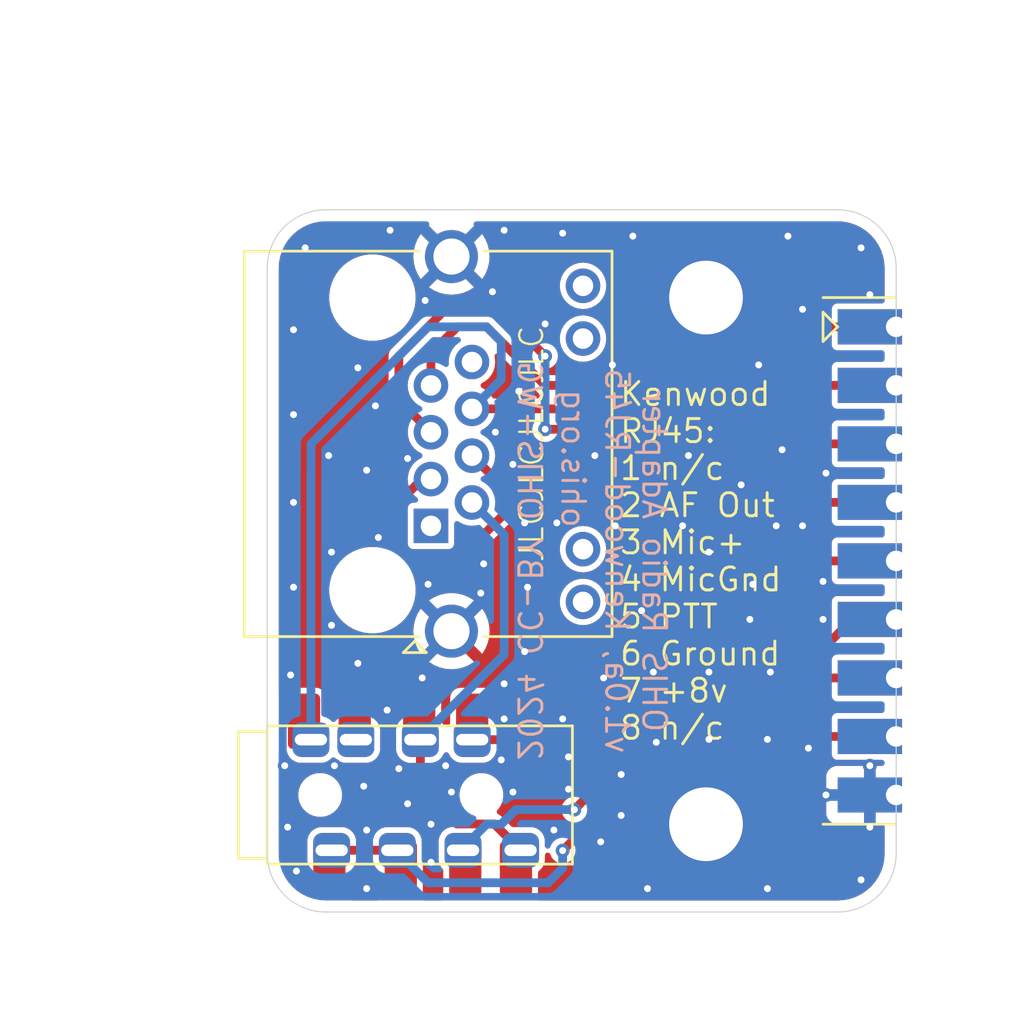
<source format=kicad_pcb>
(kicad_pcb (version 20240108) (generator "pcbnew") (generator_version "8.0")
  (layers (0 "F.Cu" signal) (31 "B.Cu" signal) (34 "B.Paste" user) (35 "F.Paste" user) (36 "B.SilkS" user "B.Silkscreen") (37 "F.SilkS" user "F.Silkscreen") (38 "B.Mask" user) (39 "F.Mask" user) (44 "Edge.Cuts" user))
  (net 0 "")
  (net 1 "Shield")
  (net 2 "+5v 10mA")
  (net 3 "Mic Gnd")
  (net 4 "~{PTT}")
  (net 5 "Power Gnd")
  (net 7 "AF Out")
  (net 8 "Down")
  (net 10 "Up")
  (net 11 "Mic+")
  (net 14 "HP Right")
  (net 15 "HP Left")
  (net 16 "HP Gnd")
  (footprint "Libraries:Conn_B2B-RA_2.54mm_Castelated_9pin_RtoL" (layer "F.Cu") (at 90.805 78.74 90)
    (property "Reference" "J2" (hide yes))
    (property "Value" "Base Board")
    (fp_line (start 10.795 -3.175) (end 9.525 -3.175) (stroke (width 0.12)) (layer "F.SilkS"))
    (fp_line (start 9.525 -3.175) (end 10.16 -2.54) (stroke (width 0.12)) (layer "F.SilkS"))
    (fp_line (start 10.16 -2.54) (end 10.795 -3.175) (stroke (width 0.12)) (layer "F.SilkS"))
    (fp_line (start 11.43 0) (end 11.43 -3.175) (stroke (width 0.12)) (layer "F.SilkS"))
    (fp_line (start -11.43 0) (end -11.43 -3.175) (stroke (width 0.12)) (layer "F.SilkS"))
    (pad "1" thru_hole rect (at 10.16 0 90) (size 1.524 2.794) (drill 0.889 (offset 0 -1.143)) (layers "*.Cu" "*.Mask") (net 2 "+5v 10mA"))
    (pad "2" thru_hole rect (at 7.62 0 90) (size 1.524 2.794) (drill 0.889 (offset 0 -1.143)) (layers "*.Cu" "*.Mask") (net 5 "Power Gnd"))
    (pad "3" thru_hole rect (at 5.08 0 90) (size 1.524 2.794) (drill 0.889 (offset 0 -1.143)) (layers "*.Cu" "*.Mask") (net 4 "~{PTT}"))
    (pad "4" thru_hole rect (at 2.54 0 90) (size 1.524 2.794) (drill 0.889 (offset 0 -1.143)) (layers "*.Cu" "*.Mask") (net 3 "Mic Gnd"))
    (pad "5" thru_hole rect (at 0 0 90) (size 1.524 2.794) (drill 0.889 (offset 0 -1.143)) (layers "*.Cu" "*.Mask") (net 11 "Mic+"))
    (pad "6" thru_hole rect (at -2.54 0 90) (size 1.524 2.794) (drill 0.889 (offset 0 -1.143)) (layers "*.Cu" "*.Mask") (net 15 "HP Left"))
    (pad "7" thru_hole rect (at -5.08 0 90) (size 1.524 2.794) (drill 0.889 (offset 0 -1.143)) (layers "*.Cu" "*.Mask") (net 14 "HP Right"))
    (pad "8" thru_hole rect (at -7.62 0 90) (size 1.524 2.794) (drill 0.889 (offset 0 -1.143)) (layers "*.Cu" "*.Mask") (net 16 "HP Gnd"))
    (pad "9" thru_hole rect (at -10.16 0 90) (size 1.524 2.794) (drill 0.889 (offset 0 -1.143)) (layers "*.Cu" "*.Mask") (net 1 "Shield"))
  )
  (footprint "MountingHole:MountingHole_3.2mm_M3_Pad" (layer "F.Cu") (at 82.55 90.17)
    (property "Reference" "H2" (hide yes))
    (property "Value" "MountingHole_Pad")
    (pad "1" thru_hole circle (at 0 0) (size 6.4 6.4) (drill 3.2) (layers "*.Cu" "*.Mask") (net 1 "Shield"))
  )
  (footprint "MountingHole:MountingHole_3.2mm_M3_Pad" (layer "F.Cu") (at 82.55 67.31)
    (property "Reference" "H1" (hide yes))
    (property "Value" "MountingHole_Pad")
    (pad "1" thru_hole circle (at 0 0) (size 6.4 6.4) (drill 3.2) (layers "*.Cu" "*.Mask") (net 1 "Shield"))
  )
  (footprint "Connector_RJ:RJ45_Amphenol_RJHSE538X" (layer "F.Cu") (at 70.61 77.22 90)
    (property "Reference" "J1" (hide yes))
    (property "Value" "Mic Input")
    (fp_line (start 11.925 -8.11) (end 11.925 -0.5) (stroke (width 0.12)) (layer "F.SilkS"))
    (fp_line (start -4.805 -8.11) (end 11.925 -8.11) (stroke (width 0.12)) (layer "F.SilkS"))
    (fp_line (start -4.805 -8.11) (end -4.805 -0.5) (stroke (width 0.12)) (layer "F.SilkS"))
    (fp_line (start -5.5 -1.2) (end -5 -0.7) (stroke (width 0.12)) (layer "F.SilkS"))
    (fp_line (start -5 -0.7) (end -5.5 -0.2) (stroke (width 0.12)) (layer "F.SilkS"))
    (fp_line (start -5.5 -0.2) (end -5.5 -1.2) (stroke (width 0.12)) (layer "F.SilkS"))
    (fp_line (start 11.925 7.86) (end 11.925 2.3) (stroke (width 0.12)) (layer "F.SilkS"))
    (fp_line (start -4.805 7.86) (end -4.805 2.3) (stroke (width 0.12)) (layer "F.SilkS"))
    (fp_line (start -4.805 7.86) (end 11.925 7.86) (stroke (width 0.12)) (layer "F.SilkS"))
    (pad "" np_thru_hole circle (at -2.79 -2.54 90) (size 3.25 3.25) (drill 3.25) (layers "*.Cu" "*.Mask"))
    (pad "" np_thru_hole circle (at 9.91 -2.54 90) (size 3.25 3.25) (drill 3.25) (layers "*.Cu" "*.Mask"))
    (pad "1" thru_hole rect (at 0 0 90) (size 1.5 1.5) (drill 0.89) (layers "*.Cu" "*.Mask") (net 8 "Down"))
    (pad "2" thru_hole circle (at 1.016 1.78 90) (size 1.5 1.5) (drill 0.89) (layers "*.Cu" "*.Mask") (net 7 "AF Out"))
    (pad "3" thru_hole circle (at 2.032 0 90) (size 1.5 1.5) (drill 0.89) (layers "*.Cu" "*.Mask") (net 11 "Mic+"))
    (pad "4" thru_hole circle (at 3.048 1.78 90) (size 1.5 1.5) (drill 0.89) (layers "*.Cu" "*.Mask") (net 3 "Mic Gnd"))
    (pad "5" thru_hole circle (at 4.064 0 90) (size 1.5 1.5) (drill 0.89) (layers "*.Cu" "*.Mask") (net 4 "~{PTT}"))
    (pad "6" thru_hole circle (at 5.08 1.78 90) (size 1.5 1.5) (drill 0.89) (layers "*.Cu" "*.Mask") (net 5 "Power Gnd"))
    (pad "7" thru_hole circle (at 6.096 0 90) (size 1.5 1.5) (drill 0.89) (layers "*.Cu" "*.Mask") (net 2 "+5v 10mA"))
    (pad "8" thru_hole circle (at 7.112 1.78 90) (size 1.5 1.5) (drill 0.89) (layers "*.Cu" "*.Mask") (net 10 "Up"))
    (pad "9" thru_hole circle (at -3.3 6.6 90) (size 1.5 1.5) (drill 0.89) (layers "*.Cu" "*.Mask"))
    (pad "10" thru_hole circle (at -1.01 6.6 90) (size 1.5 1.5) (drill 0.89) (layers "*.Cu" "*.Mask"))
    (pad "11" thru_hole circle (at 8.13 6.6 90) (size 1.5 1.5) (drill 0.89) (layers "*.Cu" "*.Mask"))
    (pad "12" thru_hole circle (at 10.42 6.6 90) (size 1.5 1.5) (drill 0.89) (layers "*.Cu" "*.Mask"))
    (pad "SH" thru_hole circle (at -4.57 0.89 90) (size 2.3 2.3) (drill 1.57) (layers "*.Cu" "*.Mask") (net 1 "Shield"))
    (pad "SH" thru_hole circle (at 11.69 0.89 90) (size 2.3 2.3) (drill 1.57) (layers "*.Cu" "*.Mask") (net 1 "Shield"))
  )
  (footprint "Libraries:Conn_3.5mm-PJ-393_SMT-C668609_TH-C145811" (layer "F.Cu") (at 63.5 88.9 -90)
    (property "Reference" "J3" (hide yes))
    (property "Value" "Headphone/Speaker Input")
    (fp_line (start -2.75 1.25) (end 2.75 1.25) (stroke (width 0.12)) (layer "F.SilkS"))
    (fp_line (start 2.75 1.25) (end 2.75 0) (stroke (width 0.12)) (layer "F.SilkS"))
    (fp_line (start -3 0) (end 3 0) (stroke (width 0.12)) (layer "F.SilkS"))
    (fp_line (start -2.75 0) (end -2.75 1.25) (stroke (width 0.12)) (layer "F.SilkS"))
    (fp_line (start 3 0) (end 3 -13.25) (stroke (width 0.12)) (layer "F.SilkS"))
    (fp_line (start -3 -13.25) (end -3 0) (stroke (width 0.12)) (layer "F.SilkS"))
    (fp_line (start 3 -13.25) (end -3 -13.25) (stroke (width 0.12)) (layer "F.SilkS"))
    (pad "" np_thru_hole circle (at 0 -9.3 270) (size 1.2 1.2) (drill 1.4) (layers "F&B.Cu" "*.Mask"))
    (pad "" np_thru_hole circle (at 0 -2.3 270) (size 1.2 1.2) (drill 1.4) (layers "F&B.Cu" "*.Mask"))
    (pad "R1" thru_hole roundrect (at 2.4 -8.5 270) (size 1.5 1.6) (drill oval 0.5 1.4) (layers "*.Cu" "*.Mask") (net 14 "HP Right"))
    (pad "R1" smd roundrect (at 3.2 -8.6 270) (size 2.4 1.4) (layers "F.Cu" "F.Paste" "F.Mask") (roundrect_rratio 0.15) (net 14 "HP Right"))
    (pad "R1N" smd roundrect (at -3.2 -6.6 270) (size 2.4 1.4) (layers "F.Cu" "F.Paste" "F.Mask") (roundrect_rratio 0.15) (net 7 "AF Out"))
    (pad "R1N" thru_hole roundrect (at -2.4 -6.65 270) (size 1.5 1.6) (drill oval 0.5 1.4) (layers "*.Cu" "*.Mask") (net 7 "AF Out"))
    (pad "R2" thru_hole roundrect (at 2.4 -5.65 270) (size 1.5 1.6) (drill oval 0.5 1.4) (layers "*.Cu" "*.Mask") (net 16 "HP Gnd"))
    (pad "R2" smd roundrect (at 3.2 -5.8 270) (size 2.4 1.4) (layers "F.Cu" "F.Paste" "F.Mask") (roundrect_rratio 0.15) (net 16 "HP Gnd"))
    (pad "R2N" smd roundrect (at -3.2 -3.8 270) (size 2.4 1.4) (layers "F.Cu" "F.Paste" "F.Mask") (roundrect_rratio 0.15))
    (pad "R2N" thru_hole roundrect (at -2.4 -3.85 270) (size 1.5 1.6) (drill oval 0.5 1.4) (layers "*.Cu" "*.Mask"))
    (pad "S" thru_hole roundrect (at 2.4 -2.8 270) (size 1.5 1.6) (drill oval 0.5 1.4) (layers "*.Cu" "*.Mask") (net 16 "HP Gnd"))
    (pad "S" smd roundrect (at 3.2 -2.7 270) (size 2.4 1.4) (layers "F.Cu" "F.Paste" "F.Mask") (roundrect_rratio 0.15) (net 16 "HP Gnd"))
    (pad "SN" smd roundrect (at -3.2 -1.6 270) (size 2.4 1.4) (layers "F.Cu" "F.Paste" "F.Mask") (roundrect_rratio 0.15) (net 5 "Power Gnd"))
    (pad "SN" thru_hole roundrect (at -2.4 -1.9 270) (size 1.5 1.6) (drill oval 0.5 1.4) (layers "*.Cu" "*.Mask") (net 5 "Power Gnd"))
    (pad "T" smd roundrect (at -3.2 -8.9 270) (size 2.4 1.4) (layers "F.Cu" "F.Paste" "F.Mask") (roundrect_rratio 0.15) (net 15 "HP Left"))
    (pad "T" thru_hole roundrect (at -2.4 -8.9 270) (size 1.5 1.6) (drill oval 0.5 1.4) (layers "*.Cu" "*.Mask") (net 15 "HP Left"))
    (pad "TN" thru_hole roundrect (at 2.4 -11 270) (size 1.5 1.6) (drill oval 0.5 1.4) (layers "*.Cu" "*.Mask") (net 7 "AF Out"))
    (pad "TN" smd roundrect (at 3.2 -10.8 270) (size 2.4 1.4) (layers "F.Cu" "F.Paste" "F.Mask") (roundrect_rratio 0.15) (net 7 "AF Out"))
  )
  (gr_arc (start 63.5 66.04) (mid 64.243949 64.243949) (end 66.04 63.5) (stroke (width 0.05)) (layer "Edge.Cuts"))
  (gr_line (start 90.805 66.04) (end 90.805 91.44) (stroke (width 0.05)) (layer "Edge.Cuts"))
  (gr_line (start 63.5 91.44) (end 63.5 66.04) (stroke (width 0.05)) (layer "Edge.Cuts"))
  (gr_arc (start 88.265 63.5) (mid 90.061051 64.243949) (end 90.805 66.04) (stroke (width 0.05)) (layer "Edge.Cuts"))
  (gr_line (start 66.04 63.5) (end 88.265 63.5) (stroke (width 0.05)) (layer "Edge.Cuts"))
  (gr_arc (start 66.04 93.98) (mid 64.243949 93.236051) (end 63.5 91.44) (stroke (width 0.05)) (layer "Edge.Cuts"))
  (gr_arc (start 90.805 91.44) (mid 90.061051 93.236051) (end 88.265 93.98) (stroke (width 0.05)) (layer "Edge.Cuts"))
  (gr_line (start 88.265 93.98) (end 66.04 93.98) (stroke (width 0.05)) (layer "Edge.Cuts"))
  (gr_text "ohis.org" (at 76.2 74.295 270) (layer "B.SilkS") (effects (font (size 1 1) (thickness 0.127)) (justify bottom mirror)))
  (gr_text "OHIS Radio Adapter\nv1.0a, Kenwood-RJ45\n" (at 78.105 78.74 270) (layer "B.SilkS") (effects (font (size 1 1) (thickness 0.127)) (justify bottom mirror)))
  (gr_text "2024 CC-BY OHIS-WG" (at 74.295 78.74 270) (layer "B.SilkS") (effects (font (size 1 1) (thickness 0.127)) (justify bottom mirror)))
  (gr_text "JLCJLCJLCJLC" (at 75.565 73.66 -270) (layer "F.SilkS") (effects (font (size 1 1) (thickness 0.1)) (justify bottom)))
  (gr_text "Kenwood\nRJ45:\n1 n/c\n2 AF Out\n3 Mic+\n4 MicGnd\n5 PTT\n6 Ground\n7 +8v\n8 n/c" (at 78.74 78.74 0) (layer "F.SilkS") (effects (font (size 1 1) (thickness 0.127)) (justify left)))
  (via (at 68.199 72.009) (size 0.6) (drill 0.3) (layers "F.Cu" "B.Cu") (net 1))
  (via (at 73.787 85.598) (size 0.6) (drill 0.3) (layers "F.Cu" "B.Cu") (net 1))
  (via (at 67.437 83.185) (size 0.6) (drill 0.3) (layers "F.Cu" "B.Cu") (net 1))
  (via (at 72.771 80.137) (size 0.6) (drill 0.3) (layers "F.Cu" "B.Cu") (net 1))
  (via (at 85.598 77.216) (size 0.6) (drill 0.3) (layers "F.Cu" "B.Cu") (net 1))
  (via (at 76.073 77.089) (size 0.6) (drill 0.3) (layers "F.Cu" "B.Cu") (net 1))
  (via (at 64.643 79.883) (size 0.6) (drill 0.3) (layers "F.Cu" "B.Cu") (net 1))
  (via (at 74.168 74.549) (size 0.6) (drill 0.3) (layers "F.Cu" "B.Cu") (net 1))
  (via (at 78.613 77.216) (size 0.6) (drill 0.3) (layers "F.Cu" "B.Cu") (net 1))
  (via (at 86.741 67.818) (size 0.6) (drill 0.3) (layers "F.Cu" "B.Cu") (net 1))
  (via (at 74.422 71.374) (size 0.6) (drill 0.3) (layers "F.Cu" "B.Cu") (net 1))
  (via (at 75.565 68.453) (size 0.6) (drill 0.3) (layers "F.Cu" "B.Cu") (net 1))
  (via (at 68.834 64.389) (size 0.6) (drill 0.3) (layers "F.Cu" "B.Cu") (net 1))
  (via (at 85.217 86.487) (size 0.6) (drill 0.3) (layers "F.Cu" "B.Cu") (net 1))
  (via (at 80.391 86.614) (size 0.6) (drill 0.3) (layers "F.Cu" "B.Cu") (net 1))
  (via (at 84.074 75.438) (size 0.6) (drill 0.3) (layers "F.Cu" "B.Cu") (net 1))
  (via (at 86.106 64.643) (size 0.6) (drill 0.3) (layers "F.Cu" "B.Cu") (net 1))
  (via (at 78.867 89.789) (size 0.6) (drill 0.3) (layers "F.Cu" "B.Cu") (net 1))
  (via (at 66.421 87.63) (size 0.6) (drill 0.3) (layers "F.Cu" "B.Cu") (net 1))
  (via (at 76.581 88.646) (size 0.6) (drill 0.3) (layers "F.Cu" "B.Cu") (net 1))
  (via (at 66.167 74.168) (size 0.6) (drill 0.3) (layers "F.Cu" "B.Cu") (net 1))
  (via (at 66.294 78.359) (size 0.6) (drill 0.3) (layers "F.Cu" "B.Cu") (net 1))
  (via (at 84.455 81.28) (size 0.6) (drill 0.3) (layers "F.Cu" "B.Cu") (net 1))
  (via (at 67.691 88.519) (size 0.6) (drill 0.3) (layers "F.Cu" "B.Cu") (net 1))
  (via (at 89.281 92.583) (size 0.6) (drill 0.3) (layers "F.Cu" "B.Cu") (net 1))
  (via (at 86.741 77.216) (size 0.6) (drill 0.3) (layers "F.Cu" "B.Cu") (net 1))
  (via (at 71.247 87.63) (size 0.6) (drill 0.3) (layers "F.Cu" "B.Cu") (net 1))
  (via (at 89.662 67.183) (size 0.6) (drill 0.3) (layers "F.Cu" "B.Cu") (net 1))
  (via (at 73.787 84.074) (size 0.6) (drill 0.3) (layers "F.Cu" "B.Cu") (net 1))
  (via (at 74.676 82.677) (size 0.6) (drill 0.3) (layers "F.Cu" "B.Cu") (net 1))
  (via (at 64.262 87.63) (size 0.6) (drill 0.3) (layers "F.Cu" "B.Cu") (net 1))
  (via (at 64.643 76.2) (size 0.6) (drill 0.3) (layers "F.Cu" "B.Cu") (net 1))
  (via (at 79.375 64.643) (size 0.6) (drill 0.3) (layers "F.Cu" "B.Cu") (net 1))
  (via (at 64.643 72.39) (size 0.6) (drill 0.3) (layers "F.Cu" "B.Cu") (net 1))
  (via (at 70.358 67.437) (size 0.6) (drill 0.3) (layers "F.Cu" "B.Cu") (net 1))
  (via (at 77.978 90.932) (size 0.6) (drill 0.3) (layers "F.Cu" "B.Cu") (net 1))
  (via (at 74.676 77.089) (size 0.6) (drill 0.3) (layers "F.Cu" "B.Cu") (net 1))
  (via (at 73.787 64.389) (size 0.6) (drill 0.3) (layers "F.Cu" "B.Cu") (net 1))
  (via (at 72.898 78.867) (size 0.6) (drill 0.3) (layers "F.Cu" "B.Cu") (net 1))
  (via (at 76.327 64.516) (size 0.6) (drill 0.3) (layers "F.Cu" "B.Cu") (net 1))
  (via (at 65.151 65.151) (size 0.6) (drill 0.3) (layers "F.Cu" "B.Cu") (net 1))
  (via (at 87.63 81.28) (size 0.6) (drill 0.3) (layers "F.Cu" "B.Cu") (net 1))
  (via (at 64.643 68.707) (size 0.6) (drill 0.3) (layers "F.Cu" "B.Cu") (net 1))
  (via (at 66.294 81.534) (size 0.6) (drill 0.3) (layers "F.Cu" "B.Cu") (net 1))
  (via (at 79.756 80.899) (size 0.6) (drill 0.3) (layers "F.Cu" "B.Cu") (net 1))
  (via (at 67.437 70.358) (size 0.6) (drill 0.3) (layers "F.Cu" "B.Cu") (net 1))
  (via (at 70.231 83.82) (size 0.6) (drill 0.3) (layers "F.Cu" "B.Cu") (net 1))
  (via (at 73.406 73.152) (size 0.6) (drill 0.3) (layers "F.Cu" "B.Cu") (net 1))
  (via (at 73.279 67.056) (size 0.6) (drill 0.3) (layers "F.Cu" "B.Cu") (net 1))
  (via (at 69.596 89.281) (size 0.6) (drill 0.3) (layers "F.Cu" "B.Cu") (net 1))
  (via (at 69.215 87.757) (size 0.6) (drill 0.3) (layers "F.Cu" "B.Cu") (net 1))
  (via (at 87.757 74.93) (size 0.6) (drill 0.3) (layers "F.Cu" "B.Cu") (net 1))
  (via (at 70.612 90.17) (size 0.6) (drill 0.3) (layers "F.Cu" "B.Cu") (net 1))
  (via (at 81.534 77.216) (size 0.6) (drill 0.3) (layers "F.Cu" "B.Cu") (net 1))
  (via (at 70.612 91.821) (size 0.6) (drill 0.3) (layers "F.Cu" "B.Cu") (net 1))
  (via (at 74.168 88.773) (size 0.6) (drill 0.3) (layers "F.Cu" "B.Cu") (net 1))
  (via (at 80.264 83.566) (size 0.6) (drill 0.3) (layers "F.Cu" "B.Cu") (net 1))
  (via (at 64.77 92.202) (size 0.6) (drill 0.3) (layers "F.Cu" "B.Cu") (net 1))
  (via (at 82.677 83.566) (size 0.6) (drill 0.3) (layers "F.Cu" "B.Cu") (net 1))
  (via (at 67.818 74.803) (size 0.6) (drill 0.3) (layers "F.Cu" "B.Cu") (net 1))
  (via (at 86.995 86.868) (size 0.6) (drill 0.3) (layers "F.Cu" "B.Cu") (net 1))
  (via (at 68.326 77.724) (size 0.6) (drill 0.3) (layers "F.Cu" "B.Cu") (net 1))
  (via (at 68.707 85.217) (size 0.6) (drill 0.3) (layers "F.Cu" "B.Cu") (net 1))
  (via (at 80.01 92.964) (size 0.6) (drill 0.3) (layers "F.Cu" "B.Cu") (net 1))
  (via (at 67.818 90.424) (size 0.6) (drill 0.3) (layers "F.Cu" "B.Cu") (net 1))
  (via (at 64.389 90.297) (size 0.6) (drill 0.3) (layers "F.Cu" "B.Cu") (net 1))
  (via (at 70.485 79.756) (size 0.6) (drill 0.3) (layers "F.Cu" "B.Cu") (net 1))
  (via (at 87.63 79.629) (size 0.6) (drill 0.3) (layers "F.Cu" "B.Cu") (net 1))
  (via (at 75.946 90.424) (size 0.6) (drill 0.3) (layers "F.Cu" "B.Cu") (net 1))
  (via (at 78.867 88.011) (size 0.6) (drill 0.3) (layers "F.Cu" "B.Cu") (net 1))
  (via (at 71.501 88.773) (size 0.6) (drill 0.3) (layers "F.Cu" "B.Cu") (net 1))
  (via (at 81.788 74.168) (size 0.6) (drill 0.3) (layers "F.Cu" "B.Cu") (net 1))
  (via (at 84.836 70.231) (size 0.6) (drill 0.3) (layers "F.Cu" "B.Cu") (net 1))
  (via (at 87.757 88.9) (size 0.6) (drill 0.3) (layers "F.Cu" "B.Cu") (net 1))
  (via (at 82.677 78.359) (size 0.6) (drill 0.3) (layers "F.Cu" "B.Cu") (net 1))
  (via (at 76.581 87.249) (size 0.6) (drill 0.3) (layers "F.Cu" "B.Cu") (net 1))
  (via (at 89.281 65.151) (size 0.6) (drill 0.3) (layers "F.Cu" "B.Cu") (net 1))
  (via (at 89.662 90.297) (size 0.6) (drill 0.3) (layers "F.Cu" "B.Cu") (net 1))
  (via (at 82.677 86.487) (size 0.6) (drill 0.3) (layers "F.Cu" "B.Cu") (net 1))
  (via (at 85.217 92.964) (size 0.6) (drill 0.3) (layers "F.Cu" "B.Cu") (net 1))
  (via (at 74.803 79.883) (size 0.6) (drill 0.3) (layers "F.Cu" "B.Cu") (net 1))
  (via (at 85.344 83.566) (size 0.6) (drill 0.3) (layers "F.Cu" "B.Cu") (net 1))
  (via (at 76.327 85.598) (size 0.6) (drill 0.3) (layers "F.Cu" "B.Cu") (net 1))
  (via (at 64.516 83.693) (size 0.6) (drill 0.3) (layers "F.Cu" "B.Cu") (net 1))
  (via (at 69.596 74.295) (size 0.6) (drill 0.3) (layers "F.Cu" "B.Cu") (net 1))
  (via (at 85.852 73.914) (size 0.6) (drill 0.3) (layers "F.Cu" "B.Cu") (net 1))
  (via (at 89.662 87.63) (size 0.6) (drill 0.3) (layers "F.Cu" "B.Cu") (net 1))
  (via (at 73.66 87.376) (size 0.6) (drill 0.3) (layers "F.Cu" "B.Cu") (net 1))
  (via (at 77.724 74.168) (size 0.6) (drill 0.3) (layers "F.Cu" "B.Cu") (net 1))
  (via (at 67.818 92.964) (size 0.6) (drill 0.3) (layers "F.Cu" "B.Cu") (net 1))
  (via (at 78.105 83.82) (size 0.6) (drill 0.3) (layers "F.Cu" "B.Cu") (net 1))
  (via (at 78.486 70.231) (size 0.6) (drill 0.3) (layers "F.Cu" "B.Cu") (net 1))
  (via (at 84.582 79.756) (size 0.6) (drill 0.3) (layers "F.Cu" "B.Cu") (net 1))
  (segment (start 87.63 68.58) (end 90.1145 68.58) (width 0.381) (layer "F.Cu") (net 2))
  (segment (start 71.755 68.58) (end 73.025 68.58) (width 0.381) (layer "F.Cu") (net 2))
  (segment (start 73.025 68.58) (end 75.565 71.12) (width 0.381) (layer "F.Cu") (net 2))
  (segment (start 75.565 71.12) (end 85.09 71.12) (width 0.381) (layer "F.Cu") (net 2))
  (segment (start 70.61 71.124) (end 70.61 69.725) (width 0.381) (layer "F.Cu") (net 2))
  (segment (start 70.61 69.725) (end 71.755 68.58) (width 0.381) (layer "F.Cu") (net 2))
  (segment (start 85.09 71.12) (end 87.63 68.58) (width 0.381) (layer "F.Cu") (net 2))
  (segment (start 72.39 74.172) (end 73.783 75.565) (width 0.381) (layer "F.Cu") (net 3))
  (segment (start 87.63 76.2) (end 90.1145 76.2) (width 0.381) (layer "F.Cu") (net 3))
  (segment (start 82.55 75.565) (end 85.09 78.105) (width 0.381) (layer "F.Cu") (net 3))
  (segment (start 87.63 78.105) (end 87.63 76.2) (width 0.381) (layer "F.Cu") (net 3))
  (segment (start 85.09 78.105) (end 87.63 78.105) (width 0.381) (layer "F.Cu") (net 3))
  (segment (start 73.783 75.565) (end 82.55 75.565) (width 0.381) (layer "F.Cu") (net 3))
  (segment (start 69.215 69.85) (end 71.12 67.945) (width 0.381) (layer "F.Cu") (net 4))
  (segment (start 70.61 73.156) (end 69.215 71.761) (width 0.381) (layer "F.Cu") (net 4))
  (segment (start 71.12 67.945) (end 73.66 67.945) (width 0.381) (layer "F.Cu") (net 4))
  (segment (start 86.995 73.66) (end 90.1145 73.66) (width 0.381) (layer "F.Cu") (net 4))
  (segment (start 73.66 67.945) (end 75.565 69.85) (width 0.381) (layer "F.Cu") (net 4))
  (segment (start 86.36 73.025) (end 86.995 73.66) (width 0.381) (layer "F.Cu") (net 4))
  (segment (start 69.215 71.761) (end 69.215 69.85) (width 0.381) (layer "F.Cu") (net 4))
  (segment (start 75.565 73.025) (end 86.36 73.025) (width 0.381) (layer "F.Cu") (net 4))
  (via (at 75.565 73.025) (size 0.6) (drill 0.3) (layers "F.Cu" "B.Cu") (net 4))
  (via (at 75.565 69.85) (size 0.6) (drill 0.3) (layers "F.Cu" "B.Cu") (net 4))
  (segment (start 75.565 69.85) (end 75.565 73.025) (width 0.381) (layer "B.Cu") (net 4))
  (segment (start 87.63 71.12) (end 90.1145 71.12) (width 0.381) (layer "F.Cu") (net 5))
  (segment (start 72.39 72.14) (end 86.61 72.14) (width 0.381) (layer "F.Cu") (net 5))
  (segment (start 86.61 72.14) (end 87.63 71.12) (width 0.381) (layer "F.Cu") (net 5))
  (segment (start 73.66 70.87) (end 73.66 69.215) (width 0.381) (layer "B.Cu") (net 5))
  (segment (start 65.405 73.66) (end 65.405 74.93) (width 0.381) (layer "B.Cu") (net 5))
  (segment (start 65.405 74.93) (end 65.4 74.935) (width 0.381) (layer "B.Cu") (net 5))
  (segment (start 72.39 72.14) (end 73.66 70.87) (width 0.381) (layer "B.Cu") (net 5))
  (segment (start 73.025 68.58) (end 70.485 68.58) (width 0.381) (layer "B.Cu") (net 5))
  (segment (start 65.4 74.935) (end 65.4 86.5) (width 0.381) (layer "B.Cu") (net 5))
  (segment (start 70.485 68.58) (end 65.405 73.66) (width 0.381) (layer "B.Cu") (net 5))
  (segment (start 73.66 69.215) (end 73.025 68.58) (width 0.381) (layer "B.Cu") (net 5))
  (segment (start 74.5 91.3) (end 73.3595 90.1595) (width 0.381) (layer "F.Cu") (net 7))
  (segment (start 71.7445 90.1595) (end 70.15 88.565) (width 0.381) (layer "F.Cu") (net 7))
  (segment (start 73.3595 90.1595) (end 71.7445 90.1595) (width 0.381) (layer "F.Cu") (net 7))
  (segment (start 70.15 88.565) (end 70.15 86.5) (width 0.381) (layer "F.Cu") (net 7))
  (segment (start 74.5 91.3) (end 74.513 91.313) (width 0.381) (layer "F.Cu") (net 7))
  (segment (start 73.787 82.804) (end 70.15 86.441) (width 0.381) (layer "B.Cu") (net 7))
  (segment (start 72.39 76.204) (end 73.787 77.601) (width 0.381) (layer "B.Cu") (net 7))
  (segment (start 73.787 77.601) (end 73.787 82.804) (width 0.381) (layer "B.Cu") (net 7))
  (segment (start 70.15 86.441) (end 70.15 86.5) (width 0.381) (layer "B.Cu") (net 7))
  (segment (start 69.85 78.74) (end 71.755 78.74) (width 0.381) (layer "F.Cu") (net 11))
  (segment (start 71.755 78.74) (end 74.295 76.2) (width 0.381) (layer "F.Cu") (net 11))
  (segment (start 69.215 78.105) (end 69.85 78.74) (width 0.381) (layer "F.Cu") (net 11))
  (segment (start 84.455 78.74) (end 90.1145 78.74) (width 0.381) (layer "F.Cu") (net 11))
  (segment (start 69.215 76.2) (end 69.215 78.105) (width 0.381) (layer "F.Cu") (net 11))
  (segment (start 81.915 76.2) (end 84.455 78.74) (width 0.381) (layer "F.Cu") (net 11))
  (segment (start 74.295 76.2) (end 81.915 76.2) (width 0.381) (layer "F.Cu") (net 11))
  (segment (start 70.227 75.188) (end 69.215 76.2) (width 0.381) (layer "F.Cu") (net 11))
  (segment (start 70.61 75.188) (end 70.227 75.188) (width 0.381) (layer "F.Cu") (net 11))
  (segment (start 87.63 83.82) (end 89.662 83.82) (width 0.381) (layer "F.Cu") (net 14))
  (segment (start 77.47 88.9) (end 77.47 86.995) (width 0.381) (layer "F.Cu") (net 14))
  (segment (start 77.47 86.995) (end 79.375 85.09) (width 0.381) (layer "F.Cu") (net 14))
  (segment (start 86.36 85.09) (end 87.63 83.82) (width 0.381) (layer "F.Cu") (net 14))
  (segment (start 76.835 89.535) (end 77.47 88.9) (width 0.381) (layer "F.Cu") (net 14))
  (segment (start 79.375 85.09) (end 86.36 85.09) (width 0.381) (layer "F.Cu") (net 14))
  (via (at 76.835 89.535) (size 0.6) (drill 0.3) (layers "F.Cu" "B.Cu") (net 14))
  (segment (start 73.025 90.17) (end 72 91.195) (width 0.381) (layer "B.Cu") (net 14))
  (segment (start 72 91.195) (end 72 91.3) (width 0.381) (layer "B.Cu") (net 14))
  (segment (start 73.66 90.17) (end 73.025 90.17) (width 0.381) (layer "B.Cu") (net 14))
  (segment (start 74.295 89.535) (end 73.66 90.17) (width 0.381) (layer "B.Cu") (net 14))
  (segment (start 76.835 89.535) (end 74.295 89.535) (width 0.381) (layer "B.Cu") (net 14))
  (segment (start 72.4 86.5) (end 76.695 86.5) (width 0.381) (layer "F.Cu") (net 15))
  (segment (start 88.9 81.28) (end 89.662 81.28) (width 0.381) (layer "F.Cu") (net 15))
  (segment (start 85.725 84.455) (end 88.9 81.28) (width 0.381) (layer "F.Cu") (net 15))
  (segment (start 76.695 86.5) (end 78.74 84.455) (width 0.381) (layer "F.Cu") (net 15))
  (segment (start 78.74 84.455) (end 85.725 84.455) (width 0.381) (layer "F.Cu") (net 15))
  (segment (start 86.995 85.725) (end 87.63 86.36) (width 0.381) (layer "F.Cu") (net 16))
  (segment (start 80.01 85.725) (end 86.995 85.725) (width 0.381) (layer "F.Cu") (net 16))
  (segment (start 66.3 91.3) (end 69.15 91.3) (width 0.381) (layer "F.Cu") (net 16))
  (segment (start 76.327 91.313) (end 78.105 89.535) (width 0.381) (layer "F.Cu") (net 16))
  (segment (start 78.105 87.63) (end 80.01 85.725) (width 0.381) (layer "F.Cu") (net 16))
  (segment (start 78.105 89.535) (end 78.105 87.63) (width 0.381) (layer "F.Cu") (net 16))
  (segment (start 87.63 86.36) (end 89.662 86.36) (width 0.381) (layer "F.Cu") (net 16))
  (via (at 76.327 91.313) (size 0.6) (drill 0.3) (layers "F.Cu" "B.Cu") (net 16))
  (segment (start 75.692 92.71) (end 76.327 92.075) (width 0.381) (layer "B.Cu") (net 16))
  (segment (start 76.327 92.075) (end 76.327 91.694) (width 0.381) (layer "B.Cu") (net 16))
  (segment (start 73.09 92.71) (end 75.692 92.71) (width 0.381) (layer "B.Cu") (net 16))
  (segment (start 70.485 92.71) (end 69.15 91.375) (width 0.381) (layer "B.Cu") (net 16))
  (segment (start 70.485 92.71) (end 73.09 92.71) (width 0.381) (layer "B.Cu") (net 16))
  (segment (start 76.327 91.694) (end 76.327 91.313) (width 0.381) (layer "B.Cu") (net 16))
  (segment (start 69.15 91.375) (end 69.15 91.3) (width 0.381) (layer "B.Cu") (net 16))
  (zone (net 1) (net_name "Shield") (layers "F&B.Cu") (connect_pads (clearance 0.254)) (min_thickness 0.25) (fill yes (thermal_gap 0.5) (thermal_bridge_width 0.5))
    (polygon (pts (xy 62.865 62.865) (xy 91.44 62.865) (xy 91.44 94.615) (xy 62.865 94.615)))
  )
)
</source>
